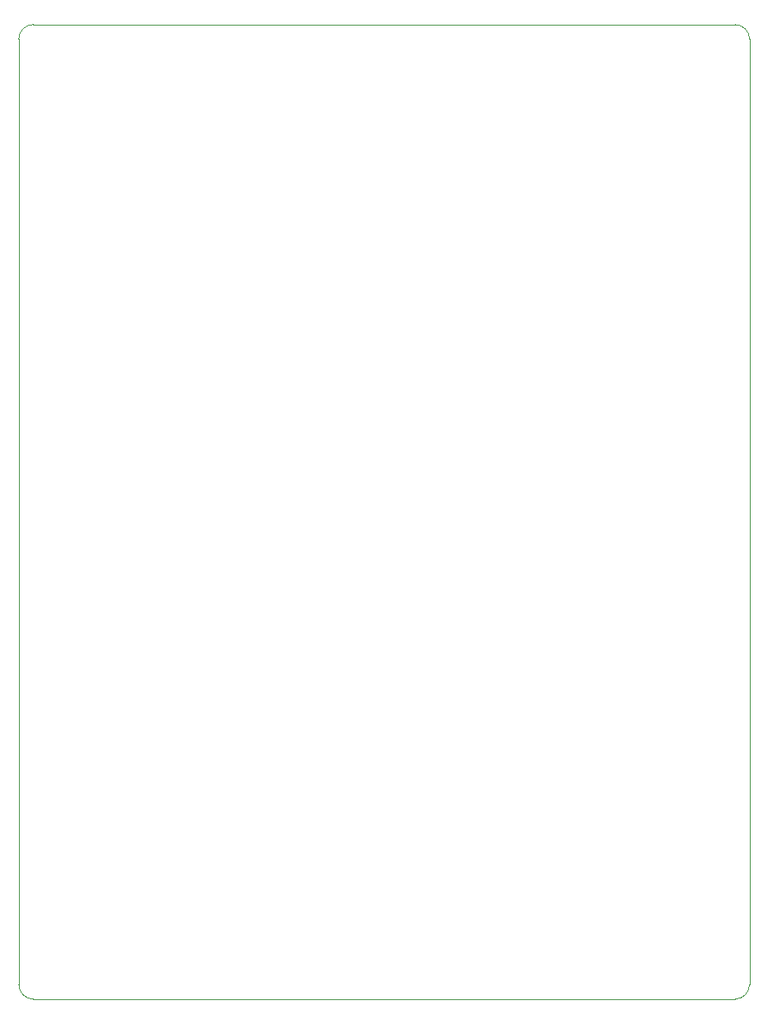
<source format=gko>
G04*
G04 #@! TF.GenerationSoftware,Altium Limited,CircuitMaker,2.2.0 (2.2.0.5)*
G04*
G04 Layer_Color=16720538*
%FSLAX24Y24*%
%MOIN*%
G70*
G04*
G04 #@! TF.SameCoordinates,7AF7A03E-A370-4C74-A711-71AC0677D318*
G04*
G04*
G04 #@! TF.FilePolarity,Positive*
G04*
G01*
G75*
%ADD108C,0.0039*%
D108*
X38780Y9843D02*
G03*
X39370Y10433I0J591D01*
G01*
X39370Y48622D02*
G03*
X38780Y49213I-591J0D01*
G01*
X10433Y49213D02*
G03*
X9843Y48622I0J-591D01*
G01*
X9843Y10433D02*
G03*
X10433Y9843I591J0D01*
G01*
X10433D02*
X38780D01*
X39370Y10433D02*
Y48622D01*
X10433Y49213D02*
X38780D01*
X9843Y10433D02*
Y48622D01*
M02*

</source>
